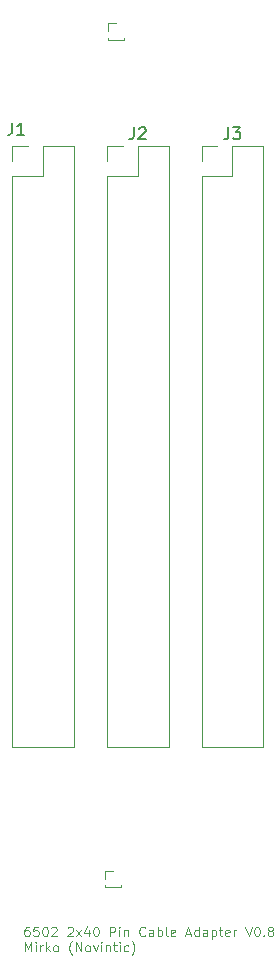
<source format=gbr>
%TF.GenerationSoftware,KiCad,Pcbnew,8.0.4*%
%TF.CreationDate,2024-11-26T14:31:27+01:00*%
%TF.ProjectId,6502 Pod 2x40 Pin Cable Adapter,36353032-2050-46f6-9420-327834302050,rev?*%
%TF.SameCoordinates,Original*%
%TF.FileFunction,Legend,Top*%
%TF.FilePolarity,Positive*%
%FSLAX46Y46*%
G04 Gerber Fmt 4.6, Leading zero omitted, Abs format (unit mm)*
G04 Created by KiCad (PCBNEW 8.0.4) date 2024-11-26 14:31:27*
%MOMM*%
%LPD*%
G01*
G04 APERTURE LIST*
%ADD10C,0.100000*%
%ADD11C,0.150000*%
%ADD12C,0.120000*%
G04 APERTURE END LIST*
D10*
X71399122Y-136308940D02*
X71246741Y-136308940D01*
X71246741Y-136308940D02*
X71170550Y-136347035D01*
X71170550Y-136347035D02*
X71132455Y-136385130D01*
X71132455Y-136385130D02*
X71056265Y-136499416D01*
X71056265Y-136499416D02*
X71018169Y-136651797D01*
X71018169Y-136651797D02*
X71018169Y-136956559D01*
X71018169Y-136956559D02*
X71056265Y-137032749D01*
X71056265Y-137032749D02*
X71094360Y-137070845D01*
X71094360Y-137070845D02*
X71170550Y-137108940D01*
X71170550Y-137108940D02*
X71322931Y-137108940D01*
X71322931Y-137108940D02*
X71399122Y-137070845D01*
X71399122Y-137070845D02*
X71437217Y-137032749D01*
X71437217Y-137032749D02*
X71475312Y-136956559D01*
X71475312Y-136956559D02*
X71475312Y-136766083D01*
X71475312Y-136766083D02*
X71437217Y-136689892D01*
X71437217Y-136689892D02*
X71399122Y-136651797D01*
X71399122Y-136651797D02*
X71322931Y-136613702D01*
X71322931Y-136613702D02*
X71170550Y-136613702D01*
X71170550Y-136613702D02*
X71094360Y-136651797D01*
X71094360Y-136651797D02*
X71056265Y-136689892D01*
X71056265Y-136689892D02*
X71018169Y-136766083D01*
X72199122Y-136308940D02*
X71818170Y-136308940D01*
X71818170Y-136308940D02*
X71780074Y-136689892D01*
X71780074Y-136689892D02*
X71818170Y-136651797D01*
X71818170Y-136651797D02*
X71894360Y-136613702D01*
X71894360Y-136613702D02*
X72084836Y-136613702D01*
X72084836Y-136613702D02*
X72161027Y-136651797D01*
X72161027Y-136651797D02*
X72199122Y-136689892D01*
X72199122Y-136689892D02*
X72237217Y-136766083D01*
X72237217Y-136766083D02*
X72237217Y-136956559D01*
X72237217Y-136956559D02*
X72199122Y-137032749D01*
X72199122Y-137032749D02*
X72161027Y-137070845D01*
X72161027Y-137070845D02*
X72084836Y-137108940D01*
X72084836Y-137108940D02*
X71894360Y-137108940D01*
X71894360Y-137108940D02*
X71818170Y-137070845D01*
X71818170Y-137070845D02*
X71780074Y-137032749D01*
X72732456Y-136308940D02*
X72808646Y-136308940D01*
X72808646Y-136308940D02*
X72884837Y-136347035D01*
X72884837Y-136347035D02*
X72922932Y-136385130D01*
X72922932Y-136385130D02*
X72961027Y-136461321D01*
X72961027Y-136461321D02*
X72999122Y-136613702D01*
X72999122Y-136613702D02*
X72999122Y-136804178D01*
X72999122Y-136804178D02*
X72961027Y-136956559D01*
X72961027Y-136956559D02*
X72922932Y-137032749D01*
X72922932Y-137032749D02*
X72884837Y-137070845D01*
X72884837Y-137070845D02*
X72808646Y-137108940D01*
X72808646Y-137108940D02*
X72732456Y-137108940D01*
X72732456Y-137108940D02*
X72656265Y-137070845D01*
X72656265Y-137070845D02*
X72618170Y-137032749D01*
X72618170Y-137032749D02*
X72580075Y-136956559D01*
X72580075Y-136956559D02*
X72541979Y-136804178D01*
X72541979Y-136804178D02*
X72541979Y-136613702D01*
X72541979Y-136613702D02*
X72580075Y-136461321D01*
X72580075Y-136461321D02*
X72618170Y-136385130D01*
X72618170Y-136385130D02*
X72656265Y-136347035D01*
X72656265Y-136347035D02*
X72732456Y-136308940D01*
X73303884Y-136385130D02*
X73341980Y-136347035D01*
X73341980Y-136347035D02*
X73418170Y-136308940D01*
X73418170Y-136308940D02*
X73608646Y-136308940D01*
X73608646Y-136308940D02*
X73684837Y-136347035D01*
X73684837Y-136347035D02*
X73722932Y-136385130D01*
X73722932Y-136385130D02*
X73761027Y-136461321D01*
X73761027Y-136461321D02*
X73761027Y-136537511D01*
X73761027Y-136537511D02*
X73722932Y-136651797D01*
X73722932Y-136651797D02*
X73265789Y-137108940D01*
X73265789Y-137108940D02*
X73761027Y-137108940D01*
X74675313Y-136385130D02*
X74713409Y-136347035D01*
X74713409Y-136347035D02*
X74789599Y-136308940D01*
X74789599Y-136308940D02*
X74980075Y-136308940D01*
X74980075Y-136308940D02*
X75056266Y-136347035D01*
X75056266Y-136347035D02*
X75094361Y-136385130D01*
X75094361Y-136385130D02*
X75132456Y-136461321D01*
X75132456Y-136461321D02*
X75132456Y-136537511D01*
X75132456Y-136537511D02*
X75094361Y-136651797D01*
X75094361Y-136651797D02*
X74637218Y-137108940D01*
X74637218Y-137108940D02*
X75132456Y-137108940D01*
X75399123Y-137108940D02*
X75818171Y-136575606D01*
X75399123Y-136575606D02*
X75818171Y-137108940D01*
X76465790Y-136575606D02*
X76465790Y-137108940D01*
X76275314Y-136270845D02*
X76084837Y-136842273D01*
X76084837Y-136842273D02*
X76580076Y-136842273D01*
X77037219Y-136308940D02*
X77113409Y-136308940D01*
X77113409Y-136308940D02*
X77189600Y-136347035D01*
X77189600Y-136347035D02*
X77227695Y-136385130D01*
X77227695Y-136385130D02*
X77265790Y-136461321D01*
X77265790Y-136461321D02*
X77303885Y-136613702D01*
X77303885Y-136613702D02*
X77303885Y-136804178D01*
X77303885Y-136804178D02*
X77265790Y-136956559D01*
X77265790Y-136956559D02*
X77227695Y-137032749D01*
X77227695Y-137032749D02*
X77189600Y-137070845D01*
X77189600Y-137070845D02*
X77113409Y-137108940D01*
X77113409Y-137108940D02*
X77037219Y-137108940D01*
X77037219Y-137108940D02*
X76961028Y-137070845D01*
X76961028Y-137070845D02*
X76922933Y-137032749D01*
X76922933Y-137032749D02*
X76884838Y-136956559D01*
X76884838Y-136956559D02*
X76846742Y-136804178D01*
X76846742Y-136804178D02*
X76846742Y-136613702D01*
X76846742Y-136613702D02*
X76884838Y-136461321D01*
X76884838Y-136461321D02*
X76922933Y-136385130D01*
X76922933Y-136385130D02*
X76961028Y-136347035D01*
X76961028Y-136347035D02*
X77037219Y-136308940D01*
X78256267Y-137108940D02*
X78256267Y-136308940D01*
X78256267Y-136308940D02*
X78561029Y-136308940D01*
X78561029Y-136308940D02*
X78637219Y-136347035D01*
X78637219Y-136347035D02*
X78675314Y-136385130D01*
X78675314Y-136385130D02*
X78713410Y-136461321D01*
X78713410Y-136461321D02*
X78713410Y-136575606D01*
X78713410Y-136575606D02*
X78675314Y-136651797D01*
X78675314Y-136651797D02*
X78637219Y-136689892D01*
X78637219Y-136689892D02*
X78561029Y-136727987D01*
X78561029Y-136727987D02*
X78256267Y-136727987D01*
X79056267Y-137108940D02*
X79056267Y-136575606D01*
X79056267Y-136308940D02*
X79018171Y-136347035D01*
X79018171Y-136347035D02*
X79056267Y-136385130D01*
X79056267Y-136385130D02*
X79094362Y-136347035D01*
X79094362Y-136347035D02*
X79056267Y-136308940D01*
X79056267Y-136308940D02*
X79056267Y-136385130D01*
X79437219Y-136575606D02*
X79437219Y-137108940D01*
X79437219Y-136651797D02*
X79475314Y-136613702D01*
X79475314Y-136613702D02*
X79551504Y-136575606D01*
X79551504Y-136575606D02*
X79665790Y-136575606D01*
X79665790Y-136575606D02*
X79741981Y-136613702D01*
X79741981Y-136613702D02*
X79780076Y-136689892D01*
X79780076Y-136689892D02*
X79780076Y-137108940D01*
X81227696Y-137032749D02*
X81189600Y-137070845D01*
X81189600Y-137070845D02*
X81075315Y-137108940D01*
X81075315Y-137108940D02*
X80999124Y-137108940D01*
X80999124Y-137108940D02*
X80884838Y-137070845D01*
X80884838Y-137070845D02*
X80808648Y-136994654D01*
X80808648Y-136994654D02*
X80770553Y-136918464D01*
X80770553Y-136918464D02*
X80732457Y-136766083D01*
X80732457Y-136766083D02*
X80732457Y-136651797D01*
X80732457Y-136651797D02*
X80770553Y-136499416D01*
X80770553Y-136499416D02*
X80808648Y-136423225D01*
X80808648Y-136423225D02*
X80884838Y-136347035D01*
X80884838Y-136347035D02*
X80999124Y-136308940D01*
X80999124Y-136308940D02*
X81075315Y-136308940D01*
X81075315Y-136308940D02*
X81189600Y-136347035D01*
X81189600Y-136347035D02*
X81227696Y-136385130D01*
X81913410Y-137108940D02*
X81913410Y-136689892D01*
X81913410Y-136689892D02*
X81875315Y-136613702D01*
X81875315Y-136613702D02*
X81799124Y-136575606D01*
X81799124Y-136575606D02*
X81646743Y-136575606D01*
X81646743Y-136575606D02*
X81570553Y-136613702D01*
X81913410Y-137070845D02*
X81837219Y-137108940D01*
X81837219Y-137108940D02*
X81646743Y-137108940D01*
X81646743Y-137108940D02*
X81570553Y-137070845D01*
X81570553Y-137070845D02*
X81532457Y-136994654D01*
X81532457Y-136994654D02*
X81532457Y-136918464D01*
X81532457Y-136918464D02*
X81570553Y-136842273D01*
X81570553Y-136842273D02*
X81646743Y-136804178D01*
X81646743Y-136804178D02*
X81837219Y-136804178D01*
X81837219Y-136804178D02*
X81913410Y-136766083D01*
X82294363Y-137108940D02*
X82294363Y-136308940D01*
X82294363Y-136613702D02*
X82370553Y-136575606D01*
X82370553Y-136575606D02*
X82522934Y-136575606D01*
X82522934Y-136575606D02*
X82599125Y-136613702D01*
X82599125Y-136613702D02*
X82637220Y-136651797D01*
X82637220Y-136651797D02*
X82675315Y-136727987D01*
X82675315Y-136727987D02*
X82675315Y-136956559D01*
X82675315Y-136956559D02*
X82637220Y-137032749D01*
X82637220Y-137032749D02*
X82599125Y-137070845D01*
X82599125Y-137070845D02*
X82522934Y-137108940D01*
X82522934Y-137108940D02*
X82370553Y-137108940D01*
X82370553Y-137108940D02*
X82294363Y-137070845D01*
X83132458Y-137108940D02*
X83056268Y-137070845D01*
X83056268Y-137070845D02*
X83018173Y-136994654D01*
X83018173Y-136994654D02*
X83018173Y-136308940D01*
X83741983Y-137070845D02*
X83665792Y-137108940D01*
X83665792Y-137108940D02*
X83513411Y-137108940D01*
X83513411Y-137108940D02*
X83437221Y-137070845D01*
X83437221Y-137070845D02*
X83399125Y-136994654D01*
X83399125Y-136994654D02*
X83399125Y-136689892D01*
X83399125Y-136689892D02*
X83437221Y-136613702D01*
X83437221Y-136613702D02*
X83513411Y-136575606D01*
X83513411Y-136575606D02*
X83665792Y-136575606D01*
X83665792Y-136575606D02*
X83741983Y-136613702D01*
X83741983Y-136613702D02*
X83780078Y-136689892D01*
X83780078Y-136689892D02*
X83780078Y-136766083D01*
X83780078Y-136766083D02*
X83399125Y-136842273D01*
X84694363Y-136880368D02*
X85075316Y-136880368D01*
X84618173Y-137108940D02*
X84884840Y-136308940D01*
X84884840Y-136308940D02*
X85151506Y-137108940D01*
X85761030Y-137108940D02*
X85761030Y-136308940D01*
X85761030Y-137070845D02*
X85684839Y-137108940D01*
X85684839Y-137108940D02*
X85532458Y-137108940D01*
X85532458Y-137108940D02*
X85456268Y-137070845D01*
X85456268Y-137070845D02*
X85418173Y-137032749D01*
X85418173Y-137032749D02*
X85380077Y-136956559D01*
X85380077Y-136956559D02*
X85380077Y-136727987D01*
X85380077Y-136727987D02*
X85418173Y-136651797D01*
X85418173Y-136651797D02*
X85456268Y-136613702D01*
X85456268Y-136613702D02*
X85532458Y-136575606D01*
X85532458Y-136575606D02*
X85684839Y-136575606D01*
X85684839Y-136575606D02*
X85761030Y-136613702D01*
X86484840Y-137108940D02*
X86484840Y-136689892D01*
X86484840Y-136689892D02*
X86446745Y-136613702D01*
X86446745Y-136613702D02*
X86370554Y-136575606D01*
X86370554Y-136575606D02*
X86218173Y-136575606D01*
X86218173Y-136575606D02*
X86141983Y-136613702D01*
X86484840Y-137070845D02*
X86408649Y-137108940D01*
X86408649Y-137108940D02*
X86218173Y-137108940D01*
X86218173Y-137108940D02*
X86141983Y-137070845D01*
X86141983Y-137070845D02*
X86103887Y-136994654D01*
X86103887Y-136994654D02*
X86103887Y-136918464D01*
X86103887Y-136918464D02*
X86141983Y-136842273D01*
X86141983Y-136842273D02*
X86218173Y-136804178D01*
X86218173Y-136804178D02*
X86408649Y-136804178D01*
X86408649Y-136804178D02*
X86484840Y-136766083D01*
X86865793Y-136575606D02*
X86865793Y-137375606D01*
X86865793Y-136613702D02*
X86941983Y-136575606D01*
X86941983Y-136575606D02*
X87094364Y-136575606D01*
X87094364Y-136575606D02*
X87170555Y-136613702D01*
X87170555Y-136613702D02*
X87208650Y-136651797D01*
X87208650Y-136651797D02*
X87246745Y-136727987D01*
X87246745Y-136727987D02*
X87246745Y-136956559D01*
X87246745Y-136956559D02*
X87208650Y-137032749D01*
X87208650Y-137032749D02*
X87170555Y-137070845D01*
X87170555Y-137070845D02*
X87094364Y-137108940D01*
X87094364Y-137108940D02*
X86941983Y-137108940D01*
X86941983Y-137108940D02*
X86865793Y-137070845D01*
X87475317Y-136575606D02*
X87780079Y-136575606D01*
X87589603Y-136308940D02*
X87589603Y-136994654D01*
X87589603Y-136994654D02*
X87627698Y-137070845D01*
X87627698Y-137070845D02*
X87703888Y-137108940D01*
X87703888Y-137108940D02*
X87780079Y-137108940D01*
X88351508Y-137070845D02*
X88275317Y-137108940D01*
X88275317Y-137108940D02*
X88122936Y-137108940D01*
X88122936Y-137108940D02*
X88046746Y-137070845D01*
X88046746Y-137070845D02*
X88008650Y-136994654D01*
X88008650Y-136994654D02*
X88008650Y-136689892D01*
X88008650Y-136689892D02*
X88046746Y-136613702D01*
X88046746Y-136613702D02*
X88122936Y-136575606D01*
X88122936Y-136575606D02*
X88275317Y-136575606D01*
X88275317Y-136575606D02*
X88351508Y-136613702D01*
X88351508Y-136613702D02*
X88389603Y-136689892D01*
X88389603Y-136689892D02*
X88389603Y-136766083D01*
X88389603Y-136766083D02*
X88008650Y-136842273D01*
X88732460Y-137108940D02*
X88732460Y-136575606D01*
X88732460Y-136727987D02*
X88770555Y-136651797D01*
X88770555Y-136651797D02*
X88808650Y-136613702D01*
X88808650Y-136613702D02*
X88884841Y-136575606D01*
X88884841Y-136575606D02*
X88961031Y-136575606D01*
X89722936Y-136308940D02*
X89989603Y-137108940D01*
X89989603Y-137108940D02*
X90256269Y-136308940D01*
X90675317Y-136308940D02*
X90751507Y-136308940D01*
X90751507Y-136308940D02*
X90827698Y-136347035D01*
X90827698Y-136347035D02*
X90865793Y-136385130D01*
X90865793Y-136385130D02*
X90903888Y-136461321D01*
X90903888Y-136461321D02*
X90941983Y-136613702D01*
X90941983Y-136613702D02*
X90941983Y-136804178D01*
X90941983Y-136804178D02*
X90903888Y-136956559D01*
X90903888Y-136956559D02*
X90865793Y-137032749D01*
X90865793Y-137032749D02*
X90827698Y-137070845D01*
X90827698Y-137070845D02*
X90751507Y-137108940D01*
X90751507Y-137108940D02*
X90675317Y-137108940D01*
X90675317Y-137108940D02*
X90599126Y-137070845D01*
X90599126Y-137070845D02*
X90561031Y-137032749D01*
X90561031Y-137032749D02*
X90522936Y-136956559D01*
X90522936Y-136956559D02*
X90484840Y-136804178D01*
X90484840Y-136804178D02*
X90484840Y-136613702D01*
X90484840Y-136613702D02*
X90522936Y-136461321D01*
X90522936Y-136461321D02*
X90561031Y-136385130D01*
X90561031Y-136385130D02*
X90599126Y-136347035D01*
X90599126Y-136347035D02*
X90675317Y-136308940D01*
X91284841Y-137032749D02*
X91322936Y-137070845D01*
X91322936Y-137070845D02*
X91284841Y-137108940D01*
X91284841Y-137108940D02*
X91246745Y-137070845D01*
X91246745Y-137070845D02*
X91284841Y-137032749D01*
X91284841Y-137032749D02*
X91284841Y-137108940D01*
X91780078Y-136651797D02*
X91703888Y-136613702D01*
X91703888Y-136613702D02*
X91665793Y-136575606D01*
X91665793Y-136575606D02*
X91627697Y-136499416D01*
X91627697Y-136499416D02*
X91627697Y-136461321D01*
X91627697Y-136461321D02*
X91665793Y-136385130D01*
X91665793Y-136385130D02*
X91703888Y-136347035D01*
X91703888Y-136347035D02*
X91780078Y-136308940D01*
X91780078Y-136308940D02*
X91932459Y-136308940D01*
X91932459Y-136308940D02*
X92008650Y-136347035D01*
X92008650Y-136347035D02*
X92046745Y-136385130D01*
X92046745Y-136385130D02*
X92084840Y-136461321D01*
X92084840Y-136461321D02*
X92084840Y-136499416D01*
X92084840Y-136499416D02*
X92046745Y-136575606D01*
X92046745Y-136575606D02*
X92008650Y-136613702D01*
X92008650Y-136613702D02*
X91932459Y-136651797D01*
X91932459Y-136651797D02*
X91780078Y-136651797D01*
X91780078Y-136651797D02*
X91703888Y-136689892D01*
X91703888Y-136689892D02*
X91665793Y-136727987D01*
X91665793Y-136727987D02*
X91627697Y-136804178D01*
X91627697Y-136804178D02*
X91627697Y-136956559D01*
X91627697Y-136956559D02*
X91665793Y-137032749D01*
X91665793Y-137032749D02*
X91703888Y-137070845D01*
X91703888Y-137070845D02*
X91780078Y-137108940D01*
X91780078Y-137108940D02*
X91932459Y-137108940D01*
X91932459Y-137108940D02*
X92008650Y-137070845D01*
X92008650Y-137070845D02*
X92046745Y-137032749D01*
X92046745Y-137032749D02*
X92084840Y-136956559D01*
X92084840Y-136956559D02*
X92084840Y-136804178D01*
X92084840Y-136804178D02*
X92046745Y-136727987D01*
X92046745Y-136727987D02*
X92008650Y-136689892D01*
X92008650Y-136689892D02*
X91932459Y-136651797D01*
X71056265Y-138396895D02*
X71056265Y-137596895D01*
X71056265Y-137596895D02*
X71322931Y-138168323D01*
X71322931Y-138168323D02*
X71589598Y-137596895D01*
X71589598Y-137596895D02*
X71589598Y-138396895D01*
X71970551Y-138396895D02*
X71970551Y-137863561D01*
X71970551Y-137596895D02*
X71932455Y-137634990D01*
X71932455Y-137634990D02*
X71970551Y-137673085D01*
X71970551Y-137673085D02*
X72008646Y-137634990D01*
X72008646Y-137634990D02*
X71970551Y-137596895D01*
X71970551Y-137596895D02*
X71970551Y-137673085D01*
X72351503Y-138396895D02*
X72351503Y-137863561D01*
X72351503Y-138015942D02*
X72389598Y-137939752D01*
X72389598Y-137939752D02*
X72427693Y-137901657D01*
X72427693Y-137901657D02*
X72503884Y-137863561D01*
X72503884Y-137863561D02*
X72580074Y-137863561D01*
X72846741Y-138396895D02*
X72846741Y-137596895D01*
X72922931Y-138092133D02*
X73151503Y-138396895D01*
X73151503Y-137863561D02*
X72846741Y-138168323D01*
X73608645Y-138396895D02*
X73532455Y-138358800D01*
X73532455Y-138358800D02*
X73494360Y-138320704D01*
X73494360Y-138320704D02*
X73456264Y-138244514D01*
X73456264Y-138244514D02*
X73456264Y-138015942D01*
X73456264Y-138015942D02*
X73494360Y-137939752D01*
X73494360Y-137939752D02*
X73532455Y-137901657D01*
X73532455Y-137901657D02*
X73608645Y-137863561D01*
X73608645Y-137863561D02*
X73722931Y-137863561D01*
X73722931Y-137863561D02*
X73799122Y-137901657D01*
X73799122Y-137901657D02*
X73837217Y-137939752D01*
X73837217Y-137939752D02*
X73875312Y-138015942D01*
X73875312Y-138015942D02*
X73875312Y-138244514D01*
X73875312Y-138244514D02*
X73837217Y-138320704D01*
X73837217Y-138320704D02*
X73799122Y-138358800D01*
X73799122Y-138358800D02*
X73722931Y-138396895D01*
X73722931Y-138396895D02*
X73608645Y-138396895D01*
X75056265Y-138701657D02*
X75018170Y-138663561D01*
X75018170Y-138663561D02*
X74941979Y-138549276D01*
X74941979Y-138549276D02*
X74903884Y-138473085D01*
X74903884Y-138473085D02*
X74865789Y-138358800D01*
X74865789Y-138358800D02*
X74827694Y-138168323D01*
X74827694Y-138168323D02*
X74827694Y-138015942D01*
X74827694Y-138015942D02*
X74865789Y-137825466D01*
X74865789Y-137825466D02*
X74903884Y-137711180D01*
X74903884Y-137711180D02*
X74941979Y-137634990D01*
X74941979Y-137634990D02*
X75018170Y-137520704D01*
X75018170Y-137520704D02*
X75056265Y-137482609D01*
X75361027Y-138396895D02*
X75361027Y-137596895D01*
X75361027Y-137596895D02*
X75818170Y-138396895D01*
X75818170Y-138396895D02*
X75818170Y-137596895D01*
X76313407Y-138396895D02*
X76237217Y-138358800D01*
X76237217Y-138358800D02*
X76199122Y-138320704D01*
X76199122Y-138320704D02*
X76161026Y-138244514D01*
X76161026Y-138244514D02*
X76161026Y-138015942D01*
X76161026Y-138015942D02*
X76199122Y-137939752D01*
X76199122Y-137939752D02*
X76237217Y-137901657D01*
X76237217Y-137901657D02*
X76313407Y-137863561D01*
X76313407Y-137863561D02*
X76427693Y-137863561D01*
X76427693Y-137863561D02*
X76503884Y-137901657D01*
X76503884Y-137901657D02*
X76541979Y-137939752D01*
X76541979Y-137939752D02*
X76580074Y-138015942D01*
X76580074Y-138015942D02*
X76580074Y-138244514D01*
X76580074Y-138244514D02*
X76541979Y-138320704D01*
X76541979Y-138320704D02*
X76503884Y-138358800D01*
X76503884Y-138358800D02*
X76427693Y-138396895D01*
X76427693Y-138396895D02*
X76313407Y-138396895D01*
X76846741Y-137863561D02*
X77037217Y-138396895D01*
X77037217Y-138396895D02*
X77227694Y-137863561D01*
X77532456Y-138396895D02*
X77532456Y-137863561D01*
X77532456Y-137596895D02*
X77494360Y-137634990D01*
X77494360Y-137634990D02*
X77532456Y-137673085D01*
X77532456Y-137673085D02*
X77570551Y-137634990D01*
X77570551Y-137634990D02*
X77532456Y-137596895D01*
X77532456Y-137596895D02*
X77532456Y-137673085D01*
X77913408Y-137863561D02*
X77913408Y-138396895D01*
X77913408Y-137939752D02*
X77951503Y-137901657D01*
X77951503Y-137901657D02*
X78027693Y-137863561D01*
X78027693Y-137863561D02*
X78141979Y-137863561D01*
X78141979Y-137863561D02*
X78218170Y-137901657D01*
X78218170Y-137901657D02*
X78256265Y-137977847D01*
X78256265Y-137977847D02*
X78256265Y-138396895D01*
X78522932Y-137863561D02*
X78827694Y-137863561D01*
X78637218Y-137596895D02*
X78637218Y-138282609D01*
X78637218Y-138282609D02*
X78675313Y-138358800D01*
X78675313Y-138358800D02*
X78751503Y-138396895D01*
X78751503Y-138396895D02*
X78827694Y-138396895D01*
X79094361Y-138396895D02*
X79094361Y-137863561D01*
X79094361Y-137596895D02*
X79056265Y-137634990D01*
X79056265Y-137634990D02*
X79094361Y-137673085D01*
X79094361Y-137673085D02*
X79132456Y-137634990D01*
X79132456Y-137634990D02*
X79094361Y-137596895D01*
X79094361Y-137596895D02*
X79094361Y-137673085D01*
X79818170Y-138358800D02*
X79741979Y-138396895D01*
X79741979Y-138396895D02*
X79589598Y-138396895D01*
X79589598Y-138396895D02*
X79513408Y-138358800D01*
X79513408Y-138358800D02*
X79475313Y-138320704D01*
X79475313Y-138320704D02*
X79437217Y-138244514D01*
X79437217Y-138244514D02*
X79437217Y-138015942D01*
X79437217Y-138015942D02*
X79475313Y-137939752D01*
X79475313Y-137939752D02*
X79513408Y-137901657D01*
X79513408Y-137901657D02*
X79589598Y-137863561D01*
X79589598Y-137863561D02*
X79741979Y-137863561D01*
X79741979Y-137863561D02*
X79818170Y-137901657D01*
X80084836Y-138701657D02*
X80122931Y-138663561D01*
X80122931Y-138663561D02*
X80199122Y-138549276D01*
X80199122Y-138549276D02*
X80237217Y-138473085D01*
X80237217Y-138473085D02*
X80275312Y-138358800D01*
X80275312Y-138358800D02*
X80313408Y-138168323D01*
X80313408Y-138168323D02*
X80313408Y-138015942D01*
X80313408Y-138015942D02*
X80275312Y-137825466D01*
X80275312Y-137825466D02*
X80237217Y-137711180D01*
X80237217Y-137711180D02*
X80199122Y-137634990D01*
X80199122Y-137634990D02*
X80122931Y-137520704D01*
X80122931Y-137520704D02*
X80084836Y-137482609D01*
D11*
X80286666Y-68624819D02*
X80286666Y-69339104D01*
X80286666Y-69339104D02*
X80239047Y-69481961D01*
X80239047Y-69481961D02*
X80143809Y-69577200D01*
X80143809Y-69577200D02*
X80000952Y-69624819D01*
X80000952Y-69624819D02*
X79905714Y-69624819D01*
X80715238Y-68720057D02*
X80762857Y-68672438D01*
X80762857Y-68672438D02*
X80858095Y-68624819D01*
X80858095Y-68624819D02*
X81096190Y-68624819D01*
X81096190Y-68624819D02*
X81191428Y-68672438D01*
X81191428Y-68672438D02*
X81239047Y-68720057D01*
X81239047Y-68720057D02*
X81286666Y-68815295D01*
X81286666Y-68815295D02*
X81286666Y-68910533D01*
X81286666Y-68910533D02*
X81239047Y-69053390D01*
X81239047Y-69053390D02*
X80667619Y-69624819D01*
X80667619Y-69624819D02*
X81286666Y-69624819D01*
X69966666Y-68254819D02*
X69966666Y-68969104D01*
X69966666Y-68969104D02*
X69919047Y-69111961D01*
X69919047Y-69111961D02*
X69823809Y-69207200D01*
X69823809Y-69207200D02*
X69680952Y-69254819D01*
X69680952Y-69254819D02*
X69585714Y-69254819D01*
X70966666Y-69254819D02*
X70395238Y-69254819D01*
X70680952Y-69254819D02*
X70680952Y-68254819D01*
X70680952Y-68254819D02*
X70585714Y-68397676D01*
X70585714Y-68397676D02*
X70490476Y-68492914D01*
X70490476Y-68492914D02*
X70395238Y-68540533D01*
X88286666Y-68624819D02*
X88286666Y-69339104D01*
X88286666Y-69339104D02*
X88239047Y-69481961D01*
X88239047Y-69481961D02*
X88143809Y-69577200D01*
X88143809Y-69577200D02*
X88000952Y-69624819D01*
X88000952Y-69624819D02*
X87905714Y-69624819D01*
X88667619Y-68624819D02*
X89286666Y-68624819D01*
X89286666Y-68624819D02*
X88953333Y-69005771D01*
X88953333Y-69005771D02*
X89096190Y-69005771D01*
X89096190Y-69005771D02*
X89191428Y-69053390D01*
X89191428Y-69053390D02*
X89239047Y-69101009D01*
X89239047Y-69101009D02*
X89286666Y-69196247D01*
X89286666Y-69196247D02*
X89286666Y-69434342D01*
X89286666Y-69434342D02*
X89239047Y-69529580D01*
X89239047Y-69529580D02*
X89191428Y-69577200D01*
X89191428Y-69577200D02*
X89096190Y-69624819D01*
X89096190Y-69624819D02*
X88810476Y-69624819D01*
X88810476Y-69624819D02*
X88715238Y-69577200D01*
X88715238Y-69577200D02*
X88667619Y-69529580D01*
D12*
%TO.C,J2*%
X78020000Y-70170000D02*
X79350000Y-70170000D01*
X78020000Y-71500000D02*
X78020000Y-70170000D01*
X78020000Y-72770000D02*
X78020000Y-121090000D01*
X78020000Y-72770000D02*
X80620000Y-72770000D01*
X78020000Y-121090000D02*
X83220000Y-121090000D01*
X80620000Y-70170000D02*
X83220000Y-70170000D01*
X80620000Y-72770000D02*
X80620000Y-70170000D01*
X83220000Y-70170000D02*
X83220000Y-121090000D01*
%TO.C,TP1*%
X78055000Y-59815000D02*
X78750000Y-59815000D01*
X78055000Y-60500000D02*
X78055000Y-59815000D01*
X78055000Y-61185000D02*
X78055000Y-61060000D01*
X78055000Y-61185000D02*
X78141724Y-61185000D01*
X78055000Y-61185000D02*
X79445000Y-61185000D01*
X79358276Y-61185000D02*
X79445000Y-61185000D01*
X79445000Y-61185000D02*
X79445000Y-61060000D01*
%TO.C,J1*%
X69970000Y-70170000D02*
X71300000Y-70170000D01*
X69970000Y-71500000D02*
X69970000Y-70170000D01*
X69970000Y-72770000D02*
X69970000Y-121090000D01*
X69970000Y-72770000D02*
X72570000Y-72770000D01*
X69970000Y-121090000D02*
X75170000Y-121090000D01*
X72570000Y-70170000D02*
X75170000Y-70170000D01*
X72570000Y-72770000D02*
X72570000Y-70170000D01*
X75170000Y-70170000D02*
X75170000Y-121090000D01*
%TO.C,TP2*%
X77805000Y-131565000D02*
X78500000Y-131565000D01*
X77805000Y-132250000D02*
X77805000Y-131565000D01*
X77805000Y-132935000D02*
X77805000Y-132810000D01*
X77805000Y-132935000D02*
X77891724Y-132935000D01*
X77805000Y-132935000D02*
X79195000Y-132935000D01*
X79108276Y-132935000D02*
X79195000Y-132935000D01*
X79195000Y-132935000D02*
X79195000Y-132810000D01*
%TO.C,J3*%
X86020000Y-70170000D02*
X87350000Y-70170000D01*
X86020000Y-71500000D02*
X86020000Y-70170000D01*
X86020000Y-72770000D02*
X86020000Y-121090000D01*
X86020000Y-72770000D02*
X88620000Y-72770000D01*
X86020000Y-121090000D02*
X91220000Y-121090000D01*
X88620000Y-70170000D02*
X91220000Y-70170000D01*
X88620000Y-72770000D02*
X88620000Y-70170000D01*
X91220000Y-70170000D02*
X91220000Y-121090000D01*
%TD*%
M02*

</source>
